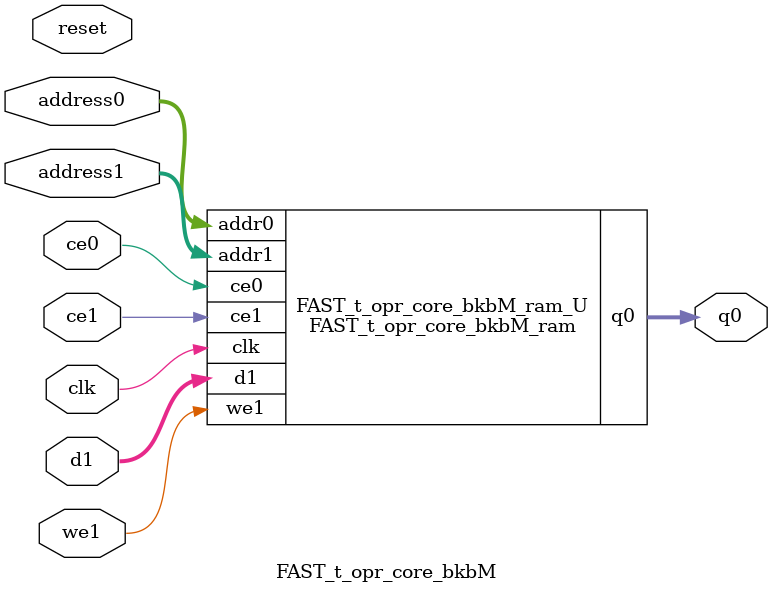
<source format=v>
`timescale 1 ns / 1 ps
module FAST_t_opr_core_bkbM_ram (addr0, ce0, q0, addr1, ce1, d1, we1,  clk);

parameter DWIDTH = 16;
parameter AWIDTH = 11;
parameter MEM_SIZE = 1927;

input[AWIDTH-1:0] addr0;
input ce0;
output reg[DWIDTH-1:0] q0;
input[AWIDTH-1:0] addr1;
input ce1;
input[DWIDTH-1:0] d1;
input we1;
input clk;

(* ram_style = "block" *)reg [DWIDTH-1:0] ram[0:MEM_SIZE-1];




always @(posedge clk)  
begin 
    if (ce0) 
    begin
        q0 <= ram[addr0];
    end
end


always @(posedge clk)  
begin 
    if (ce1) 
    begin
        if (we1) 
        begin 
            ram[addr1] <= d1; 
        end 
    end
end


endmodule

`timescale 1 ns / 1 ps
module FAST_t_opr_core_bkbM(
    reset,
    clk,
    address0,
    ce0,
    q0,
    address1,
    ce1,
    we1,
    d1);

parameter DataWidth = 32'd16;
parameter AddressRange = 32'd1927;
parameter AddressWidth = 32'd11;
input reset;
input clk;
input[AddressWidth - 1:0] address0;
input ce0;
output[DataWidth - 1:0] q0;
input[AddressWidth - 1:0] address1;
input ce1;
input we1;
input[DataWidth - 1:0] d1;



FAST_t_opr_core_bkbM_ram FAST_t_opr_core_bkbM_ram_U(
    .clk( clk ),
    .addr0( address0 ),
    .ce0( ce0 ),
    .q0( q0 ),
    .addr1( address1 ),
    .ce1( ce1 ),
    .we1( we1 ),
    .d1( d1 ));

endmodule


</source>
